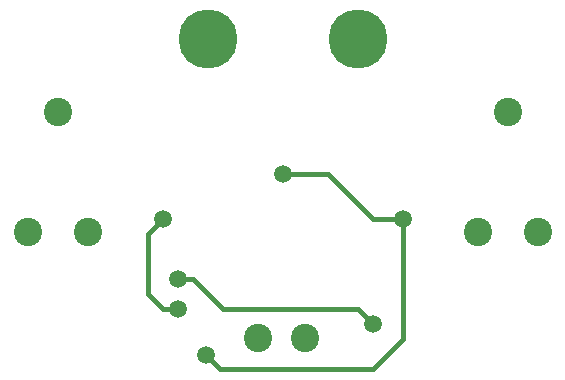
<source format=gbl>
G75*
%MOIN*%
%OFA0B0*%
%FSLAX24Y24*%
%IPPOS*%
%LPD*%
%AMOC8*
5,1,8,0,0,1.08239X$1,22.5*
%
%ADD10C,0.0945*%
%ADD11C,0.1969*%
%ADD12C,0.0591*%
%ADD13C,0.0160*%
D10*
X003150Y005782D03*
X005150Y005782D03*
X010823Y002233D03*
X012398Y002233D03*
X018150Y005782D03*
X020150Y005782D03*
X019150Y009782D03*
X004150Y009782D03*
D11*
X009150Y012227D03*
X014150Y012227D03*
D12*
X011650Y007727D03*
X015650Y006227D03*
X014650Y002727D03*
X009099Y001675D03*
X008150Y003227D03*
X008150Y004227D03*
X007650Y006227D03*
D13*
X007150Y005727D02*
X007150Y003727D01*
X007650Y003227D01*
X008150Y003227D01*
X008150Y004227D02*
X008650Y004227D01*
X009650Y003227D01*
X014150Y003227D01*
X014650Y002727D01*
X015650Y002227D02*
X015650Y006227D01*
X014650Y006227D01*
X013150Y007727D01*
X011650Y007727D01*
X007650Y006227D02*
X007150Y005727D01*
X009099Y001675D02*
X009548Y001227D01*
X014650Y001227D01*
X015650Y002227D01*
M02*

</source>
